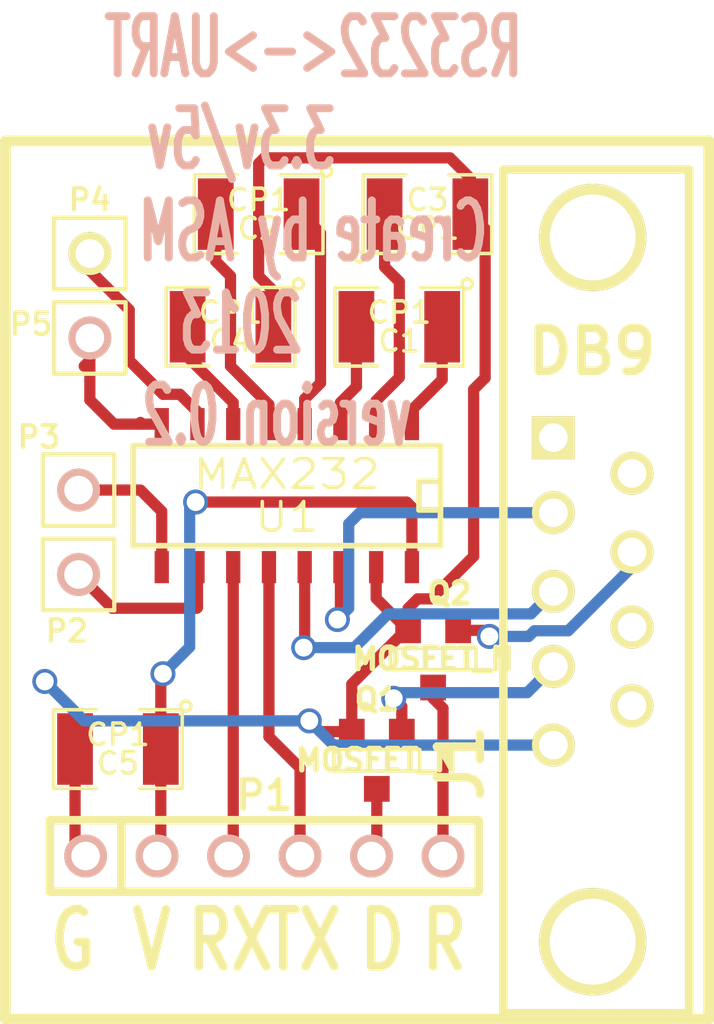
<source format=kicad_pcb>
(kicad_pcb (version 3) (host pcbnew "(2013-may-18)-stable")

  (general
    (links 27)
    (no_connects 0)
    (area -0.190501 -0.200661 25.194261 31.389321)
    (thickness 1.6002)
    (drawings 39)
    (tracks 130)
    (zones 0)
    (modules 14)
    (nets 21)
  )

  (page A4)
  (layers
    (15 Front signal)
    (0 Back signal)
    (16 B.Adhes user)
    (17 F.Adhes user)
    (18 B.Paste user)
    (19 F.Paste user)
    (20 B.SilkS user)
    (21 F.SilkS user)
    (22 B.Mask user)
    (23 F.Mask user)
    (24 Dwgs.User user)
    (25 Cmts.User user)
    (26 Eco1.User user)
    (27 Eco2.User user)
    (28 Edge.Cuts user)
  )

  (setup
    (last_trace_width 0.80264)
    (user_trace_width 0.39878)
    (trace_clearance 0.15494)
    (zone_clearance 0.508)
    (zone_45_only no)
    (trace_min 0.2032)
    (segment_width 0.381)
    (edge_width 0.381)
    (via_size 0.889)
    (via_drill 0.635)
    (via_min_size 0.889)
    (via_min_drill 0.508)
    (uvia_size 0.508)
    (uvia_drill 0.127)
    (uvias_allowed no)
    (uvia_min_size 0.508)
    (uvia_min_drill 0.127)
    (pcb_text_width 0.3048)
    (pcb_text_size 1.524 2.032)
    (mod_edge_width 0.381)
    (mod_text_size 1.524 1.524)
    (mod_text_width 0.3048)
    (pad_size 1.524 1.524)
    (pad_drill 0.8128)
    (pad_to_mask_clearance 0.254)
    (aux_axis_origin 0 0)
    (visible_elements FFFFFFBF)
    (pcbplotparams
      (layerselection 3964929)
      (usegerberextensions true)
      (excludeedgelayer false)
      (linewidth 0.150000)
      (plotframeref false)
      (viasonmask true)
      (mode 1)
      (useauxorigin false)
      (hpglpennumber 1)
      (hpglpenspeed 20)
      (hpglpendiameter 15)
      (hpglpenoverlay 0)
      (psnegative false)
      (psa4output false)
      (plotreference true)
      (plotvalue true)
      (plotothertext true)
      (plotinvisibletext false)
      (padsonsilk false)
      (subtractmaskfromsilk false)
      (outputformat 1)
      (mirror false)
      (drillshape 1)
      (scaleselection 1)
      (outputdirectory ""))
  )

  (net 0 "")
  (net 1 /DTR)
  (net 2 /DTR_)
  (net 3 /RD)
  (net 4 /RD_)
  (net 5 /RTS)
  (net 6 /RTS_)
  (net 7 /TD)
  (net 8 /TD_)
  (net 9 GND)
  (net 10 N-0000010)
  (net 11 N-0000011)
  (net 12 N-0000012)
  (net 13 N-0000014)
  (net 14 N-0000016)
  (net 15 N-0000017)
  (net 16 N-0000018)
  (net 17 N-0000019)
  (net 18 N-0000022)
  (net 19 N-0000023)
  (net 20 VCC)

  (net_class Default "Это класс цепей по умолчанию."
    (clearance 0.15494)
    (trace_width 0.80264)
    (via_dia 0.889)
    (via_drill 0.635)
    (uvia_dia 0.508)
    (uvia_drill 0.127)
    (add_net "")
    (add_net /DTR)
    (add_net /DTR_)
    (add_net /RD)
    (add_net /RD_)
    (add_net /RTS)
    (add_net /RTS_)
    (add_net /TD)
    (add_net /TD_)
    (add_net GND)
    (add_net N-0000010)
    (add_net N-0000011)
    (add_net N-0000012)
    (add_net N-0000014)
    (add_net N-0000016)
    (add_net N-0000017)
    (add_net N-0000018)
    (add_net N-0000019)
    (add_net N-0000022)
    (add_net N-0000023)
    (add_net VCC)
  )

  (net_class aa ""
    (clearance 0.15494)
    (trace_width 0.30226)
    (via_dia 0.889)
    (via_drill 0.635)
    (uvia_dia 0.508)
    (uvia_drill 0.127)
  )

  (module SM1210 (layer Front) (tedit 42806E94) (tstamp 4FB2AE72)
    (at 14.00048 6.60146 180)
    (tags "CMS SM")
    (path /4FB29469)
    (attr smd)
    (fp_text reference C1 (at 0 -0.508 180) (layer F.SilkS)
      (effects (font (size 0.762 0.762) (thickness 0.127)))
    )
    (fp_text value CP1 (at 0 0.508 180) (layer F.SilkS)
      (effects (font (size 0.762 0.762) (thickness 0.127)))
    )
    (fp_circle (center -2.413 1.524) (end -2.286 1.397) (layer F.SilkS) (width 0.127))
    (fp_line (start -0.762 -1.397) (end -2.286 -1.397) (layer F.SilkS) (width 0.127))
    (fp_line (start -2.286 -1.397) (end -2.286 1.397) (layer F.SilkS) (width 0.127))
    (fp_line (start -2.286 1.397) (end -0.762 1.397) (layer F.SilkS) (width 0.127))
    (fp_line (start 0.762 1.397) (end 2.286 1.397) (layer F.SilkS) (width 0.127))
    (fp_line (start 2.286 1.397) (end 2.286 -1.397) (layer F.SilkS) (width 0.127))
    (fp_line (start 2.286 -1.397) (end 0.762 -1.397) (layer F.SilkS) (width 0.127))
    (pad 1 smd rect (at -1.524 0 180) (size 1.27 2.54)
      (layers Front F.Paste F.Mask)
      (net 17 N-0000019)
    )
    (pad 2 smd rect (at 1.524 0 180) (size 1.27 2.54)
      (layers Front F.Paste F.Mask)
      (net 16 N-0000018)
    )
    (model smd/chip_cms.wrl
      (at (xyz 0 0 0))
      (scale (xyz 0.17 0.2 0.17))
      (rotate (xyz 0 0 0))
    )
  )

  (module SM1210 (layer Front) (tedit 42806E94) (tstamp 4FB2AE70)
    (at 9.00176 2.60096 180)
    (tags "CMS SM")
    (path /4FB29495)
    (attr smd)
    (fp_text reference C2 (at 0 -0.508 180) (layer F.SilkS)
      (effects (font (size 0.762 0.762) (thickness 0.127)))
    )
    (fp_text value CP1 (at 0 0.508 180) (layer F.SilkS)
      (effects (font (size 0.762 0.762) (thickness 0.127)))
    )
    (fp_circle (center -2.413 1.524) (end -2.286 1.397) (layer F.SilkS) (width 0.127))
    (fp_line (start -0.762 -1.397) (end -2.286 -1.397) (layer F.SilkS) (width 0.127))
    (fp_line (start -2.286 -1.397) (end -2.286 1.397) (layer F.SilkS) (width 0.127))
    (fp_line (start -2.286 1.397) (end -0.762 1.397) (layer F.SilkS) (width 0.127))
    (fp_line (start 0.762 1.397) (end 2.286 1.397) (layer F.SilkS) (width 0.127))
    (fp_line (start 2.286 1.397) (end 2.286 -1.397) (layer F.SilkS) (width 0.127))
    (fp_line (start 2.286 -1.397) (end 0.762 -1.397) (layer F.SilkS) (width 0.127))
    (pad 1 smd rect (at -1.524 0 180) (size 1.27 2.54)
      (layers Front F.Paste F.Mask)
      (net 14 N-0000016)
    )
    (pad 2 smd rect (at 1.524 0 180) (size 1.27 2.54)
      (layers Front F.Paste F.Mask)
      (net 15 N-0000017)
    )
    (model smd/chip_cms.wrl
      (at (xyz 0 0 0))
      (scale (xyz 0.17 0.2 0.17))
      (rotate (xyz 0 0 0))
    )
  )

  (module SM1210 (layer Front) (tedit 42806E94) (tstamp 4FB2AE6E)
    (at 15.00124 2.60096)
    (tags "CMS SM")
    (path /4FB29553)
    (attr smd)
    (fp_text reference C3 (at 0 -0.508) (layer F.SilkS)
      (effects (font (size 0.762 0.762) (thickness 0.127)))
    )
    (fp_text value CP1 (at 0 0.508) (layer F.SilkS)
      (effects (font (size 0.762 0.762) (thickness 0.127)))
    )
    (fp_circle (center -2.413 1.524) (end -2.286 1.397) (layer F.SilkS) (width 0.127))
    (fp_line (start -0.762 -1.397) (end -2.286 -1.397) (layer F.SilkS) (width 0.127))
    (fp_line (start -2.286 -1.397) (end -2.286 1.397) (layer F.SilkS) (width 0.127))
    (fp_line (start -2.286 1.397) (end -0.762 1.397) (layer F.SilkS) (width 0.127))
    (fp_line (start 0.762 1.397) (end 2.286 1.397) (layer F.SilkS) (width 0.127))
    (fp_line (start 2.286 1.397) (end 2.286 -1.397) (layer F.SilkS) (width 0.127))
    (fp_line (start 2.286 -1.397) (end 0.762 -1.397) (layer F.SilkS) (width 0.127))
    (pad 1 smd rect (at -1.524 0) (size 1.27 2.54)
      (layers Front F.Paste F.Mask)
      (net 12 N-0000012)
    )
    (pad 2 smd rect (at 1.524 0) (size 1.27 2.54)
      (layers Front F.Paste F.Mask)
      (net 9 GND)
    )
    (model smd/chip_cms.wrl
      (at (xyz 0 0 0))
      (scale (xyz 0.17 0.2 0.17))
      (rotate (xyz 0 0 0))
    )
  )

  (module SM1210 (layer Front) (tedit 42806E94) (tstamp 4FB2AE6C)
    (at 8.001 6.60146 180)
    (tags "CMS SM")
    (path /4FB29575)
    (attr smd)
    (fp_text reference C4 (at 0 -0.508 180) (layer F.SilkS)
      (effects (font (size 0.762 0.762) (thickness 0.127)))
    )
    (fp_text value CP1 (at 0 0.508 180) (layer F.SilkS)
      (effects (font (size 0.762 0.762) (thickness 0.127)))
    )
    (fp_circle (center -2.413 1.524) (end -2.286 1.397) (layer F.SilkS) (width 0.127))
    (fp_line (start -0.762 -1.397) (end -2.286 -1.397) (layer F.SilkS) (width 0.127))
    (fp_line (start -2.286 -1.397) (end -2.286 1.397) (layer F.SilkS) (width 0.127))
    (fp_line (start -2.286 1.397) (end -0.762 1.397) (layer F.SilkS) (width 0.127))
    (fp_line (start 0.762 1.397) (end 2.286 1.397) (layer F.SilkS) (width 0.127))
    (fp_line (start 2.286 1.397) (end 2.286 -1.397) (layer F.SilkS) (width 0.127))
    (fp_line (start 2.286 -1.397) (end 0.762 -1.397) (layer F.SilkS) (width 0.127))
    (pad 1 smd rect (at -1.524 0 180) (size 1.27 2.54)
      (layers Front F.Paste F.Mask)
      (net 9 GND)
    )
    (pad 2 smd rect (at 1.524 0 180) (size 1.27 2.54)
      (layers Front F.Paste F.Mask)
      (net 13 N-0000014)
    )
    (model smd/chip_cms.wrl
      (at (xyz 0 0 0))
      (scale (xyz 0.17 0.2 0.17))
      (rotate (xyz 0 0 0))
    )
  )

  (module SM1210 (layer Front) (tedit 42806E94) (tstamp 4FB2AE6A)
    (at 4.0005 21.6027 180)
    (tags "CMS SM")
    (path /4FB2951F)
    (attr smd)
    (fp_text reference C5 (at 0 -0.508 180) (layer F.SilkS)
      (effects (font (size 0.762 0.762) (thickness 0.127)))
    )
    (fp_text value CP1 (at 0 0.508 180) (layer F.SilkS)
      (effects (font (size 0.762 0.762) (thickness 0.127)))
    )
    (fp_circle (center -2.413 1.524) (end -2.286 1.397) (layer F.SilkS) (width 0.127))
    (fp_line (start -0.762 -1.397) (end -2.286 -1.397) (layer F.SilkS) (width 0.127))
    (fp_line (start -2.286 -1.397) (end -2.286 1.397) (layer F.SilkS) (width 0.127))
    (fp_line (start -2.286 1.397) (end -0.762 1.397) (layer F.SilkS) (width 0.127))
    (fp_line (start 0.762 1.397) (end 2.286 1.397) (layer F.SilkS) (width 0.127))
    (fp_line (start 2.286 1.397) (end 2.286 -1.397) (layer F.SilkS) (width 0.127))
    (fp_line (start 2.286 -1.397) (end 0.762 -1.397) (layer F.SilkS) (width 0.127))
    (pad 1 smd rect (at -1.524 0 180) (size 1.27 2.54)
      (layers Front F.Paste F.Mask)
      (net 20 VCC)
    )
    (pad 2 smd rect (at 1.524 0 180) (size 1.27 2.54)
      (layers Front F.Paste F.Mask)
      (net 9 GND)
    )
    (model smd/chip_cms.wrl
      (at (xyz 0 0 0))
      (scale (xyz 0.17 0.2 0.17))
      (rotate (xyz 0 0 0))
    )
  )

  (module DB9FD (layer Front) (tedit 520DF7CE) (tstamp 4FB2AE66)
    (at 21.00072 16.002 90)
    (descr "Connecteur DB9 femelle droit")
    (tags "CONN DB9")
    (path /4FB29625)
    (fp_text reference J1 (at -6.096 -4.826 270) (layer F.SilkS)
      (effects (font (size 1.524 1.524) (thickness 0.3048)))
    )
    (fp_text value DB9 (at 8.52424 -0.16002 180) (layer F.SilkS)
      (effects (font (size 1.524 1.524) (thickness 0.3048)))
    )
    (fp_line (start -14.986 -3.302) (end -14.986 3.302) (layer F.SilkS) (width 0.3048))
    (fp_line (start -14.986 3.302) (end 14.986 3.302) (layer F.SilkS) (width 0.3048))
    (fp_line (start 14.986 3.302) (end 14.986 -3.302) (layer F.SilkS) (width 0.3048))
    (fp_line (start 14.986 -3.302) (end -14.986 -3.302) (layer F.SilkS) (width 0.3048))
    (pad 0 thru_hole circle (at -12.446 -0.127 90) (size 3.81 3.81) (drill 3.048)
      (layers *.Cu *.Paste *.Mask F.SilkS)
    )
    (pad 0 thru_hole circle (at 12.573 -0.127 90) (size 3.81 3.81) (drill 3.048)
      (layers *.Cu *.Paste *.Mask F.SilkS)
    )
    (pad 1 thru_hole rect (at 5.461 -1.524 90) (size 1.524 1.524) (drill 1.016)
      (layers *.Cu *.Paste *.Mask F.SilkS)
    )
    (pad 2 thru_hole circle (at 2.794 -1.524 90) (size 1.524 1.524) (drill 1.016)
      (layers *.Cu *.Paste *.Mask F.SilkS)
      (net 3 /RD)
    )
    (pad 3 thru_hole circle (at 0 -1.524 90) (size 1.524 1.524) (drill 1.016)
      (layers *.Cu *.Paste *.Mask F.SilkS)
      (net 7 /TD)
    )
    (pad 4 thru_hole circle (at -2.667 -1.524 90) (size 1.524 1.524) (drill 1.016)
      (layers *.Cu *.Paste *.Mask F.SilkS)
      (net 1 /DTR)
    )
    (pad 5 thru_hole circle (at -5.461 -1.524 90) (size 1.524 1.524) (drill 1.016)
      (layers *.Cu *.Paste *.Mask F.SilkS)
      (net 9 GND)
    )
    (pad 6 thru_hole circle (at 4.191 1.27 90) (size 1.524 1.524) (drill 1.016)
      (layers *.Cu *.Paste *.Mask F.SilkS)
    )
    (pad 7 thru_hole circle (at 1.397 1.27 90) (size 1.524 1.524) (drill 1.016)
      (layers *.Cu *.Paste *.Mask F.SilkS)
      (net 5 /RTS)
    )
    (pad 8 thru_hole circle (at -1.27 1.27 90) (size 1.524 1.524) (drill 1.016)
      (layers *.Cu *.Paste *.Mask F.SilkS)
    )
    (pad 9 thru_hole circle (at -4.064 1.27 90) (size 1.524 1.524) (drill 1.016)
      (layers *.Cu *.Paste *.Mask F.SilkS)
    )
    (model conn_DBxx/db9_female.wrl
      (at (xyz 0 0 0))
      (scale (xyz 1 1 1))
      (rotate (xyz 0 0 0))
    )
  )

  (module SOT23GDS (layer Front) (tedit 520DF7B7) (tstamp 520D16C3)
    (at 13.20038 22.00148)
    (descr "Module CMS SOT23 Transistore EBC")
    (tags "CMS SOT")
    (path /00000000)
    (attr smd)
    (fp_text reference Q1 (at 0 -2.159) (layer F.SilkS)
      (effects (font (size 0.762 0.762) (thickness 0.1905)))
    )
    (fp_text value MOSFET_N (at 0 0) (layer F.SilkS)
      (effects (font (size 0.762 0.762) (thickness 0.1905)))
    )
    (fp_line (start -1.524 -0.381) (end 1.524 -0.381) (layer F.SilkS) (width 0.127))
    (fp_line (start 1.524 -0.381) (end 1.524 0.381) (layer F.SilkS) (width 0.127))
    (fp_line (start 1.524 0.381) (end -1.524 0.381) (layer F.SilkS) (width 0.127))
    (fp_line (start -1.524 0.381) (end -1.524 -0.381) (layer F.SilkS) (width 0.127))
    (pad S smd rect (at -0.889 -1.016) (size 0.9144 0.9144)
      (layers Front F.Paste F.Mask)
      (net 9 GND)
    )
    (pad G smd rect (at 0.889 -1.016) (size 0.9144 0.9144)
      (layers Front F.Paste F.Mask)
      (net 1 /DTR)
    )
    (pad D smd rect (at 0 1.016) (size 0.9144 0.9144)
      (layers Front F.Paste F.Mask)
      (net 2 /DTR_)
    )
    (model smd/cms_sot23.wrl
      (at (xyz 0 0 0))
      (scale (xyz 0.13 0.15 0.15))
      (rotate (xyz 0 0 0))
    )
  )

  (module SOT23GDS (layer Front) (tedit 520DF7BD) (tstamp 520D16C4)
    (at 15.2019 18.4023)
    (descr "Module CMS SOT23 Transistore EBC")
    (tags "CMS SOT")
    (path /520D1566)
    (attr smd)
    (fp_text reference Q2 (at 0.57912 -2.3241) (layer F.SilkS)
      (effects (font (size 0.762 0.762) (thickness 0.1905)))
    )
    (fp_text value MOSFET_N (at 0 0) (layer F.SilkS)
      (effects (font (size 0.762 0.762) (thickness 0.1905)))
    )
    (fp_line (start -1.524 -0.381) (end 1.524 -0.381) (layer F.SilkS) (width 0.127))
    (fp_line (start 1.524 -0.381) (end 1.524 0.381) (layer F.SilkS) (width 0.127))
    (fp_line (start 1.524 0.381) (end -1.524 0.381) (layer F.SilkS) (width 0.127))
    (fp_line (start -1.524 0.381) (end -1.524 -0.381) (layer F.SilkS) (width 0.127))
    (pad S smd rect (at -0.889 -1.016) (size 0.9144 0.9144)
      (layers Front F.Paste F.Mask)
      (net 9 GND)
    )
    (pad G smd rect (at 0.889 -1.016) (size 0.9144 0.9144)
      (layers Front F.Paste F.Mask)
      (net 5 /RTS)
    )
    (pad D smd rect (at 0 1.016) (size 0.9144 0.9144)
      (layers Front F.Paste F.Mask)
      (net 6 /RTS_)
    )
    (model smd/cms_sot23.wrl
      (at (xyz 0 0 0))
      (scale (xyz 0.13 0.15 0.15))
      (rotate (xyz 0 0 0))
    )
  )

  (module SO16E (layer Front) (tedit 4280700D) (tstamp 4FB2AE73)
    (at 10.00252 12.60094 180)
    (descr "Module CMS SOJ 16 pins etroit")
    (tags "CMS SOJ")
    (path /4FB293D7)
    (attr smd)
    (fp_text reference U1 (at 0 -0.762 180) (layer F.SilkS)
      (effects (font (size 1.016 1.143) (thickness 0.127)))
    )
    (fp_text value MAX232 (at 0 0.762 180) (layer F.SilkS)
      (effects (font (size 1.016 1.143) (thickness 0.127)))
    )
    (fp_line (start -5.461 -1.778) (end 5.461 -1.778) (layer F.SilkS) (width 0.2032))
    (fp_line (start 5.461 -1.778) (end 5.461 1.778) (layer F.SilkS) (width 0.2032))
    (fp_line (start 5.461 1.778) (end -5.461 1.778) (layer F.SilkS) (width 0.2032))
    (fp_line (start -5.461 1.778) (end -5.461 -1.778) (layer F.SilkS) (width 0.2032))
    (fp_line (start -5.461 -0.508) (end -4.699 -0.508) (layer F.SilkS) (width 0.2032))
    (fp_line (start -4.699 -0.508) (end -4.699 0.508) (layer F.SilkS) (width 0.2032))
    (fp_line (start -4.699 0.508) (end -5.461 0.508) (layer F.SilkS) (width 0.2032))
    (pad 1 smd rect (at -4.445 2.54 180) (size 0.508 1.143)
      (layers Front F.Paste F.Mask)
      (net 17 N-0000019)
    )
    (pad 2 smd rect (at -3.175 2.54 180) (size 0.508 1.143)
      (layers Front F.Paste F.Mask)
      (net 12 N-0000012)
    )
    (pad 3 smd rect (at -1.905 2.54 180) (size 0.508 1.143)
      (layers Front F.Paste F.Mask)
      (net 16 N-0000018)
    )
    (pad 4 smd rect (at -0.635 2.54 180) (size 0.508 1.143)
      (layers Front F.Paste F.Mask)
      (net 14 N-0000016)
    )
    (pad 5 smd rect (at 0.635 2.54 180) (size 0.508 1.143)
      (layers Front F.Paste F.Mask)
      (net 15 N-0000017)
    )
    (pad 6 smd rect (at 1.905 2.54 180) (size 0.508 1.143)
      (layers Front F.Paste F.Mask)
      (net 13 N-0000014)
    )
    (pad 7 smd rect (at 3.175 2.54 180) (size 0.508 1.143)
      (layers Front F.Paste F.Mask)
      (net 19 N-0000023)
    )
    (pad 8 smd rect (at 4.445 2.54 180) (size 0.508 1.143)
      (layers Front F.Paste F.Mask)
      (net 10 N-0000010)
    )
    (pad 9 smd rect (at 4.445 -2.54 180) (size 0.508 1.143)
      (layers Front F.Paste F.Mask)
      (net 18 N-0000022)
    )
    (pad 10 smd rect (at 3.175 -2.54 180) (size 0.508 1.143)
      (layers Front F.Paste F.Mask)
      (net 11 N-0000011)
    )
    (pad 11 smd rect (at 1.905 -2.54 180) (size 0.508 1.143)
      (layers Front F.Paste F.Mask)
      (net 4 /RD_)
    )
    (pad 12 smd rect (at 0.635 -2.54 180) (size 0.508 1.143)
      (layers Front F.Paste F.Mask)
      (net 8 /TD_)
    )
    (pad 13 smd rect (at -0.635 -2.54 180) (size 0.508 1.143)
      (layers Front F.Paste F.Mask)
      (net 7 /TD)
    )
    (pad 14 smd rect (at -1.905 -2.54 180) (size 0.508 1.143)
      (layers Front F.Paste F.Mask)
      (net 3 /RD)
    )
    (pad 15 smd rect (at -3.175 -2.54 180) (size 0.508 1.143)
      (layers Front F.Paste F.Mask)
      (net 9 GND)
    )
    (pad 16 smd rect (at -4.445 -2.54 180) (size 0.508 1.143)
      (layers Front F.Paste F.Mask)
      (net 20 VCC)
    )
    (model smd/cms_so16.wrl
      (at (xyz 0 0 0))
      (scale (xyz 0.5 0.3 0.5))
      (rotate (xyz 0 0 0))
    )
  )

  (module PIN_ARRAY_1 (layer Front) (tedit 520DFA9D) (tstamp 520D16C5)
    (at 2.60096 15.40256)
    (descr "1 pin")
    (tags "CONN DEV")
    (path /520D162B)
    (fp_text reference P2 (at -0.4191 2.0066) (layer F.SilkS)
      (effects (font (size 0.762 0.762) (thickness 0.1524)))
    )
    (fp_text value CONN_1 (at 0 -1.905) (layer F.SilkS) hide
      (effects (font (size 0.762 0.762) (thickness 0.1524)))
    )
    (fp_line (start 1.27 1.27) (end -1.27 1.27) (layer F.SilkS) (width 0.1524))
    (fp_line (start -1.27 -1.27) (end 1.27 -1.27) (layer F.SilkS) (width 0.1524))
    (fp_line (start -1.27 1.27) (end -1.27 -1.27) (layer F.SilkS) (width 0.1524))
    (fp_line (start 1.27 -1.27) (end 1.27 1.27) (layer F.SilkS) (width 0.1524))
    (pad 1 thru_hole oval (at 0 0) (size 1.524 1.524) (drill 1.016)
      (layers *.Cu *.Paste *.SilkS *.Mask)
      (net 11 N-0000011)
    )
    (model pin_array\pin_1.wrl
      (at (xyz 0 0 0))
      (scale (xyz 1 1 1))
      (rotate (xyz 0 0 0))
    )
  )

  (module PIN_ARRAY_1 (layer Front) (tedit 520DFA9A) (tstamp 520D16C6)
    (at 2.60096 12.40282)
    (descr "1 pin")
    (tags "CONN DEV")
    (path /520D1627)
    (fp_text reference P3 (at -1.4097 -1.88468) (layer F.SilkS)
      (effects (font (size 0.762 0.762) (thickness 0.1524)))
    )
    (fp_text value CONN_1 (at 0 -1.905) (layer F.SilkS) hide
      (effects (font (size 0.762 0.762) (thickness 0.1524)))
    )
    (fp_line (start 1.27 1.27) (end -1.27 1.27) (layer F.SilkS) (width 0.1524))
    (fp_line (start -1.27 -1.27) (end 1.27 -1.27) (layer F.SilkS) (width 0.1524))
    (fp_line (start -1.27 1.27) (end -1.27 -1.27) (layer F.SilkS) (width 0.1524))
    (fp_line (start 1.27 -1.27) (end 1.27 1.27) (layer F.SilkS) (width 0.1524))
    (pad 1 thru_hole oval (at 0 0) (size 1.524 1.524) (drill 1.016)
      (layers *.Cu *.Paste *.SilkS *.Mask)
      (net 18 N-0000022)
    )
    (model pin_array\pin_1.wrl
      (at (xyz 0 0 0))
      (scale (xyz 1 1 1))
      (rotate (xyz 0 0 0))
    )
  )

  (module PIN_ARRAY_1 (layer Front) (tedit 520DFA34) (tstamp 520D16C7)
    (at 3.00228 4.0005)
    (descr "1 pin")
    (tags "CONN DEV")
    (path /520D1653)
    (fp_text reference P4 (at 0 -1.905) (layer F.SilkS)
      (effects (font (size 0.762 0.762) (thickness 0.1524)))
    )
    (fp_text value CONN_1 (at 0 -1.905) (layer F.SilkS) hide
      (effects (font (size 0.762 0.762) (thickness 0.1524)))
    )
    (fp_line (start 1.27 1.27) (end -1.27 1.27) (layer F.SilkS) (width 0.1524))
    (fp_line (start -1.27 -1.27) (end 1.27 -1.27) (layer F.SilkS) (width 0.1524))
    (fp_line (start -1.27 1.27) (end -1.27 -1.27) (layer F.SilkS) (width 0.1524))
    (fp_line (start 1.27 -1.27) (end 1.27 1.27) (layer F.SilkS) (width 0.1524))
    (pad 1 thru_hole oval (at 0 0) (size 1.524 1.524) (drill 1.016)
      (layers *.Cu *.Paste *.Mask F.SilkS)
      (net 19 N-0000023)
    )
    (model pin_array\pin_1.wrl
      (at (xyz 0 0 0))
      (scale (xyz 1 1 1))
      (rotate (xyz 0 0 0))
    )
  )

  (module PIN_ARRAY_1 (layer Front) (tedit 520DFA6C) (tstamp 520D16C8)
    (at 3.00228 7.00024)
    (descr "1 pin")
    (tags "CONN DEV")
    (path /520D1626)
    (fp_text reference P5 (at -2.09042 -0.49022) (layer F.SilkS)
      (effects (font (size 0.762 0.762) (thickness 0.1524)))
    )
    (fp_text value CONN_1 (at -0.04064 1.88976) (layer F.SilkS) hide
      (effects (font (size 0.762 0.762) (thickness 0.1524)))
    )
    (fp_line (start 1.27 1.27) (end -1.27 1.27) (layer F.SilkS) (width 0.1524))
    (fp_line (start -1.27 -1.27) (end 1.27 -1.27) (layer F.SilkS) (width 0.1524))
    (fp_line (start -1.27 1.27) (end -1.27 -1.27) (layer F.SilkS) (width 0.1524))
    (fp_line (start 1.27 -1.27) (end 1.27 1.27) (layer F.SilkS) (width 0.1524))
    (pad 1 thru_hole circle (at 0 0) (size 1.524 1.524) (drill 1.016)
      (layers *.Cu *.Paste *.SilkS *.Mask)
      (net 10 N-0000010)
    )
    (model pin_array\pin_1.wrl
      (at (xyz 0 0 0))
      (scale (xyz 1 1 1))
      (rotate (xyz 0 0 0))
    )
  )

  (module PIN_ARRAY-6X1 (layer Front) (tedit 520DFAE0) (tstamp 4FB2AE69)
    (at 9.20242 25.40254)
    (descr "Connecteur 6 pins")
    (tags "CONN DEV")
    (path /520D160A)
    (fp_text reference P1 (at 0 -2.159) (layer F.SilkS)
      (effects (font (size 1.016 1.016) (thickness 0.2032)))
    )
    (fp_text value CONN_6 (at 0 2.159) (layer F.SilkS) hide
      (effects (font (size 1.016 0.889) (thickness 0.2032)))
    )
    (fp_line (start -7.62 1.27) (end -7.62 -1.27) (layer F.SilkS) (width 0.3048))
    (fp_line (start -7.62 -1.27) (end 7.62 -1.27) (layer F.SilkS) (width 0.3048))
    (fp_line (start 7.62 -1.27) (end 7.62 1.27) (layer F.SilkS) (width 0.3048))
    (fp_line (start 7.62 1.27) (end -7.62 1.27) (layer F.SilkS) (width 0.3048))
    (fp_line (start -5.08 1.27) (end -5.08 -1.27) (layer F.SilkS) (width 0.3048))
    (pad 1 thru_hole oval (at -6.35 0) (size 1.524 1.524) (drill 1.016)
      (layers *.Cu *.Paste *.SilkS *.Mask)
      (net 9 GND)
    )
    (pad 2 thru_hole oval (at -3.81 0) (size 1.524 1.524) (drill 1.016)
      (layers *.Cu *.Paste *.SilkS *.Mask)
      (net 20 VCC)
    )
    (pad 3 thru_hole oval (at -1.27 0) (size 1.524 1.524) (drill 1.016)
      (layers *.Cu *.Paste *.SilkS *.Mask)
      (net 4 /RD_)
    )
    (pad 4 thru_hole oval (at 1.27 0) (size 1.524 1.524) (drill 1.016)
      (layers *.Cu *.Paste *.SilkS *.Mask)
      (net 8 /TD_)
    )
    (pad 5 thru_hole oval (at 3.81 0) (size 1.524 1.524) (drill 1.016)
      (layers *.Cu *.Paste *.SilkS *.Mask)
      (net 2 /DTR_)
    )
    (pad 6 thru_hole oval (at 6.35 0) (size 1.524 1.524) (drill 1.016)
      (layers *.Cu *.Paste *.SilkS *.Mask)
      (net 6 /RTS_)
    )
    (model pin_array/pins_array_6x1.wrl
      (at (xyz 0 0 0))
      (scale (xyz 1 1 1))
      (rotate (xyz 0 0 0))
    )
  )

  (gr_line (start 24.9936 31.18866) (end 24.9936 -0.01016) (angle 90) (layer F.SilkS) (width 0.381))
  (gr_circle (center 2.60096 15.40002) (end 2.96164 15.86992) (layer B.Paste) (width 0.381))
  (gr_circle (center 2.60096 12.39774) (end 2.98196 12.82954) (layer B.Paste) (width 0.381))
  (gr_circle (center 2.84988 25.37968) (end 3.2512 25.88006) (layer B.Paste) (width 0.381))
  (gr_circle (center 15.5702 25.41016) (end 15.93088 25.85974) (layer B.Paste) (width 0.381))
  (gr_circle (center 13.00988 25.41016) (end 13.43152 25.79878) (layer B.Paste) (width 0.381))
  (gr_circle (center 10.45972 25.4) (end 10.7696 25.8699) (layer B.Paste) (width 0.381))
  (gr_circle (center 7.9502 25.41016) (end 8.29056 25.8699) (layer B.Paste) (width 0.381))
  (gr_circle (center 5.40004 25.38984) (end 5.73024 25.83942) (layer B.Paste) (width 0.381))
  (gr_circle (center 3.02006 7.00786) (end 3.42138 7.40918) (layer B.Paste) (width 0.381))
  (gr_circle (center 2.99974 3.99034) (end 3.40106 4.39166) (layer B.Paste) (width 0.381))
  (gr_circle (center 20.87118 3.40868) (end 21.70176 4.89966) (layer B.Paste) (width 0.381))
  (gr_circle (center 20.87118 28.43784) (end 21.93036 29.75864) (layer B.Paste) (width 0.381))
  (gr_circle (center 19.49958 21.45792) (end 19.88058 21.9202) (layer B.Paste) (width 0.381))
  (gr_circle (center 22.3012 20.03806) (end 22.5298 20.56892) (layer B.Paste) (width 0.381))
  (gr_circle (center 19.49196 18.669) (end 19.88058 19.10842) (layer B.Paste) (width 0.381))
  (gr_circle (center 22.28088 17.26946) (end 22.6314 17.75968) (layer B.Paste) (width 0.381))
  (gr_circle (center 19.49196 15.94866) (end 19.81962 16.46936) (layer B.Paste) (width 0.381))
  (gr_circle (center 22.3012 14.59992) (end 22.60092 15.10792) (layer B.Paste) (width 0.381))
  (gr_circle (center 19.54022 13.19022) (end 19.812 13.7287) (layer B.Paste) (width 0.381))
  (gr_circle (center 22.26056 11.78814) (end 22.67204 12.1285) (layer B.Paste) (width 0.381))
  (gr_circle (center 19.45132 10.4902) (end 19.97964 10.98804) (layer B.Paste) (width 0.381))
  (gr_text "RS3232<->UART\n      3.3v/5v\nCreate by ASM\n      2013\n   version 0.2" (at 10.93978 3.21818) (layer B.SilkS)
    (effects (font (size 2.032 1.12268) (thickness 0.28067)) (justify mirror))
  )
  (gr_line (start 0 0) (end 25.00122 0) (angle 90) (layer F.SilkS) (width 0.381))
  (gr_line (start 0 31.19882) (end 25.00122 31.19882) (angle 90) (layer F.SilkS) (width 0.381))
  (gr_circle (center 17.18056 17.59966) (end 17.3609 17.75968) (layer F.Paste) (width 0.381))
  (gr_circle (center 13.82014 19.7993) (end 13.99032 20.01774) (layer F.Paste) (width 0.381))
  (gr_circle (center 10.78992 20.58924) (end 10.93978 20.77974) (layer F.Paste) (width 0.381))
  (gr_circle (center 10.6299 17.98828) (end 10.80008 18.1991) (layer F.Paste) (width 0.381))
  (gr_circle (center 11.811 17.00022) (end 11.97102 17.2085) (layer F.Paste) (width 0.381))
  (gr_circle (center 1.3716 19.14906) (end 1.45034 18.84934) (layer F.Paste) (width 0.381))
  (gr_line (start 25.00376 0) (end 25.00376 31.19882) (angle 90) (layer F.SilkS) (width 0.381))
  (gr_line (start 0.00254 31.19882) (end 0.00254 0) (angle 90) (layer F.SilkS) (width 0.381))
  (gr_text D (at 13.4 28.4) (layer F.SilkS)
    (effects (font (size 2.032 1.524) (thickness 0.3048)))
  )
  (gr_text R (at 15.6 28.4) (layer F.SilkS)
    (effects (font (size 2.032 1.524) (thickness 0.3048)))
  )
  (gr_text RX (at 8 28.4) (layer F.SilkS)
    (effects (font (size 2.032 1.524) (thickness 0.3048)))
  )
  (gr_text TX (at 10.6 28.4) (layer F.SilkS)
    (effects (font (size 2.032 1.524) (thickness 0.3048)))
  )
  (gr_text V (at 5.2 28.4) (layer F.SilkS)
    (effects (font (size 2.032 1.524) (thickness 0.3048)))
  )
  (gr_text G (at 2.4 28.4) (layer F.SilkS)
    (effects (font (size 2.032 1.524) (thickness 0.3048)))
  )

  (via (at 13.80236 19.80184) (size 0.889) (layers Front Back) (net 1))
  (segment (start 14.08938 20.08886) (end 13.80236 19.80184) (width 0.39878) (layer Front) (net 1))
  (segment (start 14.08938 20.98548) (end 14.08938 20.08886) (width 0.39878) (layer Front) (net 1))
  (segment (start 18.54454 19.60118) (end 19.47672 18.669) (width 0.39878) (layer Back) (net 1))
  (segment (start 14.00302 19.60118) (end 18.54454 19.60118) (width 0.39878) (layer Back) (net 1))
  (segment (start 13.80236 19.80184) (end 14.00302 19.60118) (width 0.39878) (layer Back) (net 1))
  (segment (start 13.20038 23.01748) (end 13.20038 25.21458) (width 0.39878) (layer Front) (net 2))
  (segment (start 13.20038 25.21458) (end 13.01242 25.40254) (width 0.39878) (layer Front) (net 2))
  (segment (start 12.20216 13.6017) (end 12.59586 13.208) (width 0.39878) (layer Back) (net 3))
  (via (at 11.80084 17.00276) (size 0.889) (layers Front Back) (net 3))
  (segment (start 11.80084 17.00276) (end 12.20216 16.60144) (width 0.39878) (layer Back) (net 3))
  (segment (start 11.90752 16.89608) (end 11.80084 17.00276) (width 0.39878) (layer Front) (net 3))
  (segment (start 12.59586 13.208) (end 19.47672 13.208) (width 0.39878) (layer Back) (net 3))
  (segment (start 11.90752 15.14094) (end 11.90752 16.89608) (width 0.39878) (layer Front) (net 3))
  (segment (start 12.20216 16.60144) (end 12.20216 13.6017) (width 0.39878) (layer Back) (net 3))
  (segment (start 8.09752 15.14094) (end 8.09752 25.23744) (width 0.39878) (layer Front) (net 4))
  (segment (start 8.09752 25.23744) (end 7.93242 25.40254) (width 0.39878) (layer Front) (net 4))
  (segment (start 22.27072 15.13332) (end 22.27072 14.605) (width 0.39878) (layer Back) (net 5))
  (segment (start 16.98498 17.3863) (end 17.20088 17.6022) (width 0.39878) (layer Front) (net 5))
  (segment (start 18.80108 17.40154) (end 20.0025 17.40154) (width 0.39878) (layer Back) (net 5))
  (segment (start 20.0025 17.40154) (end 22.27072 15.13332) (width 0.39878) (layer Back) (net 5))
  (via (at 17.20088 17.6022) (size 0.889) (layers Front Back) (net 5))
  (segment (start 17.20088 17.6022) (end 18.60042 17.6022) (width 0.39878) (layer Back) (net 5))
  (segment (start 16.0909 17.3863) (end 16.98498 17.3863) (width 0.39878) (layer Front) (net 5))
  (segment (start 18.60042 17.6022) (end 18.80108 17.40154) (width 0.39878) (layer Back) (net 5))
  (segment (start 15.55242 20.1549) (end 15.55242 25.40254) (width 0.39878) (layer Front) (net 6))
  (segment (start 15.2019 19.80438) (end 15.55242 20.1549) (width 0.39878) (layer Front) (net 6))
  (segment (start 15.2019 19.4183) (end 15.2019 19.80438) (width 0.39878) (layer Front) (net 6))
  (segment (start 10.63752 17.96542) (end 10.60196 18.00098) (width 0.39878) (layer Front) (net 7))
  (segment (start 18.67662 16.8021) (end 19.47672 16.002) (width 0.39878) (layer Back) (net 7))
  (segment (start 10.63752 15.14094) (end 10.63752 17.96542) (width 0.39878) (layer Front) (net 7))
  (segment (start 10.60196 18.00098) (end 12.40282 18.00098) (width 0.39878) (layer Back) (net 7))
  (segment (start 12.40282 18.00098) (end 13.6017 16.8021) (width 0.39878) (layer Back) (net 7))
  (segment (start 13.6017 16.8021) (end 18.67662 16.8021) (width 0.39878) (layer Back) (net 7))
  (via (at 10.60196 18.00098) (size 0.889) (layers Front Back) (net 7))
  (segment (start 9.36752 15.14094) (end 9.36752 21.16836) (width 0.39878) (layer Front) (net 8))
  (segment (start 9.36752 21.16836) (end 10.47242 22.27326) (width 0.39878) (layer Front) (net 8))
  (segment (start 10.47242 22.27326) (end 10.47242 25.40254) (width 0.39878) (layer Front) (net 8))
  (segment (start 14.3129 17.3863) (end 14.3129 16.60652) (width 0.39878) (layer Front) (net 9))
  (segment (start 17.05102 3.12674) (end 16.52524 2.60096) (width 0.39878) (layer Front) (net 9))
  (segment (start 17.05102 8.41756) (end 17.05102 3.12674) (width 0.39878) (layer Front) (net 9))
  (segment (start 16.64208 8.8265) (end 17.05102 8.41756) (width 0.39878) (layer Front) (net 9))
  (segment (start 16.64208 14.7574) (end 16.64208 8.8265) (width 0.39878) (layer Front) (net 9))
  (segment (start 15.13078 16.2687) (end 16.64208 14.7574) (width 0.39878) (layer Front) (net 9))
  (segment (start 14.65072 16.2687) (end 15.13078 16.2687) (width 0.39878) (layer Front) (net 9))
  (segment (start 14.3129 16.60652) (end 14.65072 16.2687) (width 0.39878) (layer Front) (net 9))
  (via (at 10.80262 20.60194) (size 0.889) (layers Front Back) (net 9))
  (segment (start 14.21892 17.3863) (end 12.31138 19.29384) (width 0.39878) (layer Front) (net 9))
  (segment (start 2.4765 21.6027) (end 2.4765 25.02662) (width 0.39878) (layer Front) (net 9))
  (segment (start 11.66368 21.463) (end 10.80262 20.60194) (width 0.39878) (layer Back) (net 9))
  (segment (start 13.17752 15.14094) (end 13.17752 16.25092) (width 0.39878) (layer Front) (net 9))
  (segment (start 9.00176 0.80264) (end 9.20242 0.60198) (width 0.39878) (layer Front) (net 9))
  (segment (start 9.525 6.60146) (end 9.525 5.32638) (width 0.39878) (layer Front) (net 9))
  (segment (start 9.525 5.32638) (end 9.00176 4.80314) (width 0.39878) (layer Front) (net 9))
  (segment (start 16.52524 1.32588) (end 16.52524 2.60096) (width 0.39878) (layer Front) (net 9))
  (segment (start 9.20242 0.60198) (end 15.80134 0.60198) (width 0.39878) (layer Front) (net 9))
  (segment (start 9.00176 4.80314) (end 9.00176 0.80264) (width 0.39878) (layer Front) (net 9))
  (segment (start 15.80134 0.60198) (end 16.52524 1.32588) (width 0.39878) (layer Front) (net 9))
  (segment (start 2.80162 20.60194) (end 1.40208 19.2024) (width 0.39878) (layer Back) (net 9))
  (segment (start 14.3129 17.3863) (end 14.21892 17.3863) (width 0.39878) (layer Front) (net 9))
  (segment (start 19.47672 21.463) (end 11.66368 21.463) (width 0.39878) (layer Back) (net 9))
  (segment (start 10.80262 20.60194) (end 11.18616 20.98548) (width 0.39878) (layer Front) (net 9))
  (segment (start 12.31138 19.29384) (end 12.31138 20.98548) (width 0.39878) (layer Front) (net 9))
  (segment (start 2.4765 25.02662) (end 2.85242 25.40254) (width 0.39878) (layer Front) (net 9))
  (segment (start 2.4765 20.27682) (end 2.4765 21.6027) (width 0.39878) (layer Front) (net 9))
  (segment (start 11.18616 20.98548) (end 12.31138 20.98548) (width 0.39878) (layer Front) (net 9))
  (segment (start 1.40208 19.2024) (end 2.4765 20.27682) (width 0.39878) (layer Front) (net 9))
  (segment (start 10.80262 20.60194) (end 2.80162 20.60194) (width 0.39878) (layer Back) (net 9))
  (segment (start 13.17752 16.25092) (end 14.3129 17.3863) (width 0.39878) (layer Front) (net 9))
  (via (at 1.40208 19.2024) (size 0.889) (layers Front Back) (net 9))
  (segment (start 3.00228 9.20242) (end 3.00228 7.59968) (width 0.39878) (layer Front) (net 10))
  (segment (start 3.00228 7.00024) (end 3.00228 7.80034) (width 0.39878) (layer Front) (net 10))
  (segment (start 4.8006 10.06094) (end 3.8608 10.06094) (width 0.39878) (layer Front) (net 10))
  (segment (start 5.55752 10.06094) (end 4.85902 10.06094) (width 0.39878) (layer Front) (net 10))
  (segment (start 4.85902 10.06094) (end 4.8006 10.00252) (width 0.39878) (layer Front) (net 10))
  (segment (start 3.00228 7.80034) (end 2.80162 8.001) (width 0.39878) (layer Front) (net 10))
  (segment (start 4.8006 10.00252) (end 4.8006 10.06094) (width 0.39878) (layer Front) (net 10))
  (segment (start 3.8608 10.06094) (end 3.00228 9.20242) (width 0.39878) (layer Front) (net 10))
  (segment (start 6.82752 15.14094) (end 6.82752 16.57604) (width 0.39878) (layer Front) (net 11))
  (segment (start 6.80212 16.60144) (end 3.79984 16.60144) (width 0.39878) (layer Front) (net 11))
  (segment (start 3.79984 16.60144) (end 2.60096 15.40256) (width 0.39878) (layer Front) (net 11))
  (segment (start 6.82752 16.57604) (end 6.80212 16.60144) (width 0.39878) (layer Front) (net 11))
  (segment (start 13.17752 10.06094) (end 13.17752 9.22528) (width 0.39878) (layer Front) (net 12))
  (segment (start 13.47724 4.47802) (end 13.47724 2.60096) (width 0.39878) (layer Front) (net 12))
  (segment (start 14.00048 8.40232) (end 14.00048 5.00126) (width 0.39878) (layer Front) (net 12))
  (segment (start 14.00048 5.00126) (end 13.47724 4.47802) (width 0.39878) (layer Front) (net 12))
  (segment (start 13.17752 9.22528) (end 14.00048 8.40232) (width 0.39878) (layer Front) (net 12))
  (segment (start 8.09752 9.2964) (end 6.477 7.67588) (width 0.39878) (layer Front) (net 13))
  (segment (start 8.09752 10.06094) (end 8.09752 9.2964) (width 0.39878) (layer Front) (net 13))
  (segment (start 6.477 7.67588) (end 6.477 6.60146) (width 0.39878) (layer Front) (net 13))
  (segment (start 11.2014 8.60044) (end 11.2014 3.2766) (width 0.39878) (layer Front) (net 14))
  (segment (start 11.2014 3.2766) (end 10.52576 2.60096) (width 0.39878) (layer Front) (net 14))
  (segment (start 10.63752 10.06094) (end 10.63752 9.16432) (width 0.39878) (layer Front) (net 14))
  (segment (start 10.63752 9.16432) (end 11.2014 8.60044) (width 0.39878) (layer Front) (net 14))
  (segment (start 9.36752 10.06094) (end 9.36752 9.36752) (width 0.39878) (layer Front) (net 15))
  (segment (start 7.47776 4.27736) (end 7.47776 2.60096) (width 0.39878) (layer Front) (net 15))
  (segment (start 8.001 4.8006) (end 7.47776 4.27736) (width 0.39878) (layer Front) (net 15))
  (segment (start 8.001 8.001) (end 8.001 4.8006) (width 0.39878) (layer Front) (net 15))
  (segment (start 9.36752 9.36752) (end 8.001 8.001) (width 0.39878) (layer Front) (net 15))
  (segment (start 12.47648 8.72744) (end 12.47648 6.60146) (width 0.39878) (layer Front) (net 16))
  (segment (start 11.90752 10.06094) (end 11.90752 9.2964) (width 0.39878) (layer Front) (net 16))
  (segment (start 11.90752 9.2964) (end 12.47648 8.72744) (width 0.39878) (layer Front) (net 16))
  (segment (start 15.52448 8.47852) (end 14.44752 9.55548) (width 0.39878) (layer Front) (net 17))
  (segment (start 15.52448 6.60146) (end 15.52448 8.47852) (width 0.39878) (layer Front) (net 17))
  (segment (start 14.44752 9.55548) (end 14.44752 10.06094) (width 0.39878) (layer Front) (net 17))
  (segment (start 4.8006 12.40282) (end 2.60096 12.40282) (width 0.39878) (layer Front) (net 18))
  (segment (start 5.55752 13.15974) (end 4.8006 12.40282) (width 0.39878) (layer Front) (net 18))
  (segment (start 5.55752 15.14094) (end 5.55752 13.15974) (width 0.39878) (layer Front) (net 18))
  (segment (start 3.00228 4.60248) (end 3.60172 5.20192) (width 0.39878) (layer Front) (net 19))
  (segment (start 3.60172 5.19938) (end 3.00228 4.59994) (width 0.39878) (layer Front) (net 19))
  (segment (start 6.82752 9.6266) (end 6.20268 9.00176) (width 0.39878) (layer Front) (net 19))
  (segment (start 5.60324 9.00176) (end 4.40182 7.80034) (width 0.39878) (layer Front) (net 19))
  (segment (start 3.00228 4.0005) (end 3.00228 4.60248) (width 0.39878) (layer Front) (net 19))
  (segment (start 3.60172 5.20192) (end 3.60172 5.19938) (width 0.39878) (layer Front) (net 19))
  (segment (start 6.20268 9.00176) (end 5.60324 9.00176) (width 0.39878) (layer Front) (net 19))
  (segment (start 4.40182 5.99948) (end 3.60172 5.19938) (width 0.39878) (layer Front) (net 19))
  (segment (start 6.82752 10.06094) (end 6.82752 9.6266) (width 0.39878) (layer Front) (net 19))
  (segment (start 4.40182 7.80034) (end 4.40182 5.99948) (width 0.39878) (layer Front) (net 19))
  (segment (start 14.44752 15.14094) (end 14.44752 13.01496) (width 0.39878) (layer Front) (net 20))
  (segment (start 5.5245 19.00428) (end 5.5245 21.6027) (width 0.39878) (layer Front) (net 20))
  (segment (start 5.6007 18.92808) (end 5.5245 19.00428) (width 0.39878) (layer Front) (net 20))
  (via (at 5.6007 18.92808) (size 0.889) (layers Front Back) (net 20))
  (segment (start 6.55066 17.97812) (end 5.6007 18.92808) (width 0.39878) (layer Back) (net 20))
  (segment (start 6.55066 13.04036) (end 6.55066 17.97812) (width 0.39878) (layer Back) (net 20))
  (segment (start 6.76148 12.82954) (end 6.55066 13.04036) (width 0.39878) (layer Back) (net 20))
  (via (at 6.76148 12.82954) (size 0.889) (layers Front Back) (net 20))
  (segment (start 14.2621 12.82954) (end 6.76148 12.82954) (width 0.39878) (layer Front) (net 20))
  (segment (start 14.44752 13.01496) (end 14.2621 12.82954) (width 0.39878) (layer Front) (net 20))
  (segment (start 5.5245 21.6027) (end 5.5245 25.27046) (width 0.39878) (layer Front) (net 20))
  (segment (start 5.5245 25.27046) (end 5.39242 25.40254) (width 0.39878) (layer Front) (net 20))

)

</source>
